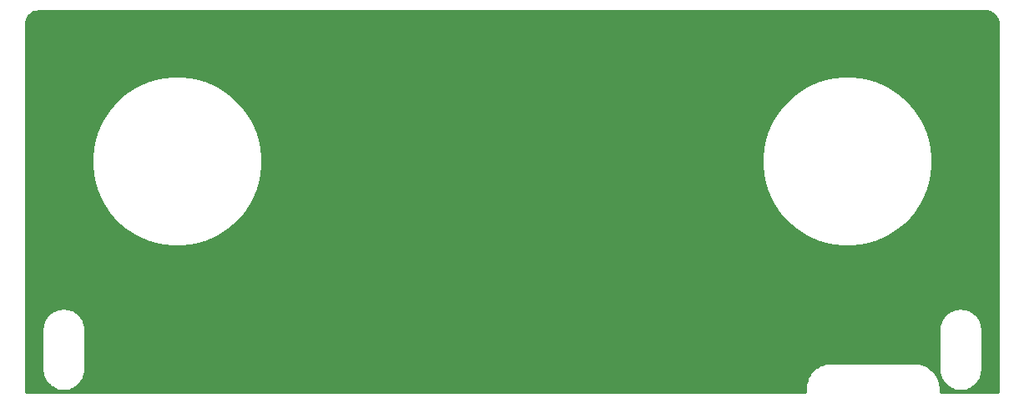
<source format=gbr>
%TF.GenerationSoftware,KiCad,Pcbnew,(5.1.5)-3*%
%TF.CreationDate,2020-05-31T21:19:37+02:00*%
%TF.ProjectId,speaker_grill,73706561-6b65-4725-9f67-72696c6c2e6b,rev?*%
%TF.SameCoordinates,PXbebc200PY5f5e100*%
%TF.FileFunction,Copper,L1,Top*%
%TF.FilePolarity,Positive*%
%FSLAX46Y46*%
G04 Gerber Fmt 4.6, Leading zero omitted, Abs format (unit mm)*
G04 Created by KiCad (PCBNEW (5.1.5)-3) date 2020-05-31 21:19:37*
%MOMM*%
%LPD*%
G04 APERTURE LIST*
%TA.AperFunction,NonConductor*%
%ADD10C,0.254000*%
%TD*%
G04 APERTURE END LIST*
D10*
G36*
X-1740341Y39311375D02*
G01*
X-1490571Y39235965D01*
X-1260208Y39113478D01*
X-1058020Y38948578D01*
X-891714Y38747550D01*
X-767622Y38518046D01*
X-690469Y38268805D01*
X-660000Y37978911D01*
X-659999Y660000D01*
X-6540000Y660000D01*
X-6540000Y1032419D01*
X-6542852Y1061373D01*
X-6542765Y1073781D01*
X-6543665Y1082953D01*
X-6584466Y1471145D01*
X-6596486Y1529701D01*
X-6607702Y1588502D01*
X-6610366Y1597323D01*
X-6725790Y1970198D01*
X-6748975Y2025353D01*
X-6771379Y2080806D01*
X-6775706Y2088942D01*
X-6775706Y2088943D01*
X-6775709Y2088947D01*
X-6961357Y2432298D01*
X-6994813Y2481899D01*
X-7027563Y2531946D01*
X-7033387Y2539087D01*
X-7282194Y2839842D01*
X-7324629Y2881981D01*
X-7366492Y2924731D01*
X-7373593Y2930604D01*
X-7416828Y2965866D01*
X-6695000Y2965866D01*
X-6691537Y2930708D01*
X-6691537Y2911236D01*
X-6690523Y2901585D01*
X-6657890Y2610660D01*
X-6644794Y2549051D01*
X-6632558Y2487256D01*
X-6629689Y2477986D01*
X-6541171Y2198941D01*
X-6516348Y2141024D01*
X-6492351Y2082805D01*
X-6487736Y2074268D01*
X-6346703Y1817730D01*
X-6311105Y1765740D01*
X-6276256Y1713289D01*
X-6270071Y1705811D01*
X-6081896Y1481553D01*
X-6036882Y1437472D01*
X-5992504Y1392784D01*
X-5984990Y1386656D01*
X-5984985Y1386651D01*
X-5984980Y1386647D01*
X-5756834Y1203214D01*
X-5704139Y1168731D01*
X-5651905Y1133499D01*
X-5643337Y1128943D01*
X-5383902Y993313D01*
X-5325475Y969707D01*
X-5267427Y945306D01*
X-5258145Y942503D01*
X-5258139Y942501D01*
X-5258133Y942500D01*
X-4977299Y859846D01*
X-4915438Y848045D01*
X-4853718Y835376D01*
X-4844062Y834429D01*
X-4844060Y834429D01*
X-4552516Y807897D01*
X-4489528Y808337D01*
X-4426540Y807897D01*
X-4416882Y808844D01*
X-4416879Y808844D01*
X-4416876Y808845D01*
X-4125737Y839444D01*
X-4064017Y852113D01*
X-4002156Y863914D01*
X-3992874Y866717D01*
X-3992867Y866718D01*
X-3992861Y866721D01*
X-3713210Y953286D01*
X-3655118Y977706D01*
X-3596735Y1001294D01*
X-3588172Y1005847D01*
X-3588168Y1005849D01*
X-3588165Y1005851D01*
X-3330651Y1145089D01*
X-3278417Y1180321D01*
X-3225722Y1214804D01*
X-3218204Y1220935D01*
X-3218200Y1220938D01*
X-3218196Y1220942D01*
X-2992635Y1407542D01*
X-2948255Y1452232D01*
X-2903244Y1496311D01*
X-2897058Y1503788D01*
X-2712032Y1730652D01*
X-2677171Y1783121D01*
X-2641585Y1835094D01*
X-2636974Y1843622D01*
X-2636969Y1843630D01*
X-2636966Y1843638D01*
X-2499533Y2102111D01*
X-2475539Y2160325D01*
X-2450714Y2218246D01*
X-2447844Y2227516D01*
X-2363230Y2507770D01*
X-2350997Y2569553D01*
X-2337898Y2631178D01*
X-2336884Y2640829D01*
X-2308317Y2932180D01*
X-2308317Y2932187D01*
X-2305000Y2965865D01*
X-2305000Y7034135D01*
X-2308463Y7069293D01*
X-2308463Y7088765D01*
X-2309477Y7098416D01*
X-2342110Y7389340D01*
X-2355206Y7450949D01*
X-2367442Y7512744D01*
X-2370311Y7522015D01*
X-2458829Y7801059D01*
X-2483646Y7858962D01*
X-2507649Y7917196D01*
X-2512264Y7925732D01*
X-2653297Y8182270D01*
X-2688895Y8234260D01*
X-2723744Y8286711D01*
X-2729929Y8294189D01*
X-2918104Y8518447D01*
X-2963119Y8562528D01*
X-3007496Y8607216D01*
X-3015016Y8613349D01*
X-3243166Y8796786D01*
X-3295861Y8831269D01*
X-3348095Y8866501D01*
X-3356663Y8871057D01*
X-3616098Y9006687D01*
X-3674525Y9030293D01*
X-3732573Y9054694D01*
X-3741855Y9057497D01*
X-3741861Y9057499D01*
X-3741867Y9057500D01*
X-4022701Y9140154D01*
X-4084562Y9151955D01*
X-4146282Y9164624D01*
X-4155938Y9165571D01*
X-4155940Y9165571D01*
X-4447484Y9192103D01*
X-4510472Y9191663D01*
X-4573460Y9192103D01*
X-4583118Y9191156D01*
X-4583121Y9191156D01*
X-4583124Y9191155D01*
X-4874263Y9160556D01*
X-4935977Y9147888D01*
X-4997844Y9136086D01*
X-5007126Y9133283D01*
X-5007133Y9133282D01*
X-5007139Y9133279D01*
X-5286790Y9046713D01*
X-5344849Y9022307D01*
X-5403265Y8998706D01*
X-5411828Y8994153D01*
X-5411832Y8994151D01*
X-5411833Y8994150D01*
X-5669349Y8854911D01*
X-5721583Y8819679D01*
X-5774278Y8785196D01*
X-5781796Y8779065D01*
X-5781800Y8779062D01*
X-5781804Y8779058D01*
X-6007365Y8592458D01*
X-6051745Y8547768D01*
X-6096756Y8503689D01*
X-6102942Y8496212D01*
X-6287968Y8269348D01*
X-6322829Y8216879D01*
X-6358415Y8164906D01*
X-6363026Y8156378D01*
X-6363031Y8156370D01*
X-6363031Y8156369D01*
X-6500467Y7897889D01*
X-6524461Y7839675D01*
X-6549286Y7781754D01*
X-6552156Y7772484D01*
X-6636770Y7492230D01*
X-6649003Y7430447D01*
X-6662102Y7368822D01*
X-6663116Y7359171D01*
X-6691683Y7067819D01*
X-6691683Y7067802D01*
X-6694999Y7034135D01*
X-6695000Y2965866D01*
X-7416828Y2965866D01*
X-7676077Y3177305D01*
X-7725893Y3210402D01*
X-7775259Y3244205D01*
X-7783365Y3248587D01*
X-8128007Y3431837D01*
X-8183313Y3454632D01*
X-8238296Y3478198D01*
X-8247099Y3480923D01*
X-8620770Y3593741D01*
X-8679458Y3605361D01*
X-8737961Y3617797D01*
X-8747126Y3618760D01*
X-9135595Y3656850D01*
X-9135598Y3656850D01*
X-9167581Y3660000D01*
X-17632419Y3660000D01*
X-17661373Y3657148D01*
X-17673781Y3657235D01*
X-17682953Y3656335D01*
X-18071145Y3615534D01*
X-18129701Y3603514D01*
X-18188502Y3592298D01*
X-18197323Y3589634D01*
X-18570198Y3474210D01*
X-18625353Y3451025D01*
X-18680806Y3428621D01*
X-18688938Y3424296D01*
X-18688943Y3424294D01*
X-18688947Y3424291D01*
X-19032298Y3238643D01*
X-19081899Y3205187D01*
X-19131946Y3172437D01*
X-19139087Y3166613D01*
X-19439842Y2917806D01*
X-19481981Y2875371D01*
X-19524731Y2833508D01*
X-19530604Y2826407D01*
X-19777305Y2523923D01*
X-19810402Y2474107D01*
X-19844205Y2424741D01*
X-19848587Y2416635D01*
X-20031837Y2071993D01*
X-20054632Y2016687D01*
X-20078198Y1961704D01*
X-20080923Y1952901D01*
X-20193741Y1579230D01*
X-20205361Y1520542D01*
X-20217797Y1462039D01*
X-20218760Y1452874D01*
X-20256850Y1064405D01*
X-20256850Y1064392D01*
X-20259999Y1032419D01*
X-20259999Y660000D01*
X-99340000Y660000D01*
X-99340000Y2965866D01*
X-97695000Y2965866D01*
X-97691537Y2930708D01*
X-97691537Y2911236D01*
X-97690523Y2901585D01*
X-97657890Y2610660D01*
X-97644794Y2549051D01*
X-97632558Y2487256D01*
X-97629689Y2477986D01*
X-97541171Y2198941D01*
X-97516348Y2141024D01*
X-97492351Y2082805D01*
X-97487736Y2074268D01*
X-97346703Y1817730D01*
X-97311105Y1765740D01*
X-97276256Y1713289D01*
X-97270071Y1705811D01*
X-97081896Y1481553D01*
X-97036882Y1437472D01*
X-96992504Y1392784D01*
X-96984990Y1386656D01*
X-96984985Y1386651D01*
X-96984980Y1386647D01*
X-96756834Y1203214D01*
X-96704139Y1168731D01*
X-96651905Y1133499D01*
X-96643337Y1128943D01*
X-96383902Y993313D01*
X-96325475Y969707D01*
X-96267427Y945306D01*
X-96258145Y942503D01*
X-96258139Y942501D01*
X-96258133Y942500D01*
X-95977299Y859846D01*
X-95915438Y848045D01*
X-95853718Y835376D01*
X-95844062Y834429D01*
X-95844060Y834429D01*
X-95552516Y807897D01*
X-95489528Y808337D01*
X-95426540Y807897D01*
X-95416882Y808844D01*
X-95416879Y808844D01*
X-95416876Y808845D01*
X-95125737Y839444D01*
X-95064017Y852113D01*
X-95002156Y863914D01*
X-94992874Y866717D01*
X-94992867Y866718D01*
X-94992861Y866721D01*
X-94713210Y953286D01*
X-94655118Y977706D01*
X-94596735Y1001294D01*
X-94588172Y1005847D01*
X-94588168Y1005849D01*
X-94588165Y1005851D01*
X-94330651Y1145089D01*
X-94278417Y1180321D01*
X-94225722Y1214804D01*
X-94218204Y1220935D01*
X-94218200Y1220938D01*
X-94218196Y1220942D01*
X-93992635Y1407542D01*
X-93948255Y1452232D01*
X-93903244Y1496311D01*
X-93897058Y1503788D01*
X-93712032Y1730652D01*
X-93677171Y1783121D01*
X-93641585Y1835094D01*
X-93636974Y1843622D01*
X-93636969Y1843630D01*
X-93636966Y1843638D01*
X-93499533Y2102111D01*
X-93475539Y2160325D01*
X-93450714Y2218246D01*
X-93447844Y2227516D01*
X-93363230Y2507770D01*
X-93350997Y2569553D01*
X-93337898Y2631178D01*
X-93336884Y2640829D01*
X-93308317Y2932180D01*
X-93308317Y2932187D01*
X-93305000Y2965865D01*
X-93305000Y7034135D01*
X-93308463Y7069293D01*
X-93308463Y7088765D01*
X-93309477Y7098416D01*
X-93342110Y7389340D01*
X-93355206Y7450949D01*
X-93367442Y7512744D01*
X-93370311Y7522015D01*
X-93458829Y7801059D01*
X-93483646Y7858962D01*
X-93507649Y7917196D01*
X-93512264Y7925732D01*
X-93653297Y8182270D01*
X-93688895Y8234260D01*
X-93723744Y8286711D01*
X-93729929Y8294189D01*
X-93918104Y8518447D01*
X-93963119Y8562528D01*
X-94007496Y8607216D01*
X-94015016Y8613349D01*
X-94243166Y8796786D01*
X-94295861Y8831269D01*
X-94348095Y8866501D01*
X-94356663Y8871057D01*
X-94616098Y9006687D01*
X-94674525Y9030293D01*
X-94732573Y9054694D01*
X-94741855Y9057497D01*
X-94741861Y9057499D01*
X-94741867Y9057500D01*
X-95022701Y9140154D01*
X-95084562Y9151955D01*
X-95146282Y9164624D01*
X-95155938Y9165571D01*
X-95155940Y9165571D01*
X-95447484Y9192103D01*
X-95510472Y9191663D01*
X-95573460Y9192103D01*
X-95583118Y9191156D01*
X-95583121Y9191156D01*
X-95583124Y9191155D01*
X-95874263Y9160556D01*
X-95935977Y9147888D01*
X-95997844Y9136086D01*
X-96007126Y9133283D01*
X-96007133Y9133282D01*
X-96007139Y9133279D01*
X-96286790Y9046713D01*
X-96344849Y9022307D01*
X-96403265Y8998706D01*
X-96411828Y8994153D01*
X-96411832Y8994151D01*
X-96411833Y8994150D01*
X-96669349Y8854911D01*
X-96721583Y8819679D01*
X-96774278Y8785196D01*
X-96781796Y8779065D01*
X-96781800Y8779062D01*
X-96781804Y8779058D01*
X-97007365Y8592458D01*
X-97051745Y8547768D01*
X-97096756Y8503689D01*
X-97102942Y8496212D01*
X-97287968Y8269348D01*
X-97322829Y8216879D01*
X-97358415Y8164906D01*
X-97363026Y8156378D01*
X-97363031Y8156370D01*
X-97363031Y8156369D01*
X-97500467Y7897889D01*
X-97524461Y7839675D01*
X-97549286Y7781754D01*
X-97552156Y7772484D01*
X-97636770Y7492230D01*
X-97649003Y7430447D01*
X-97662102Y7368822D01*
X-97663116Y7359171D01*
X-97691683Y7067819D01*
X-97691683Y7067802D01*
X-97694999Y7034135D01*
X-97695000Y2965866D01*
X-99340000Y2965866D01*
X-99340000Y24719224D01*
X-92657884Y24719224D01*
X-92657884Y23480776D01*
X-92481635Y22254933D01*
X-92132724Y21066651D01*
X-91618254Y19940119D01*
X-90948698Y18898270D01*
X-90137687Y17962313D01*
X-89201730Y17151302D01*
X-88159881Y16481746D01*
X-87033349Y15967276D01*
X-85845067Y15618365D01*
X-84619224Y15442116D01*
X-83380776Y15442116D01*
X-82154933Y15618365D01*
X-80966651Y15967276D01*
X-79840119Y16481746D01*
X-78798270Y17151302D01*
X-77862313Y17962313D01*
X-77051302Y18898270D01*
X-76381746Y19940119D01*
X-75867276Y21066651D01*
X-75518365Y22254933D01*
X-75342116Y23480776D01*
X-75342116Y24719224D01*
X-24657884Y24719224D01*
X-24657884Y23480776D01*
X-24481635Y22254933D01*
X-24132724Y21066651D01*
X-23618254Y19940119D01*
X-22948698Y18898270D01*
X-22137687Y17962313D01*
X-21201730Y17151302D01*
X-20159881Y16481746D01*
X-19033349Y15967276D01*
X-17845067Y15618365D01*
X-16619224Y15442116D01*
X-15380776Y15442116D01*
X-14154933Y15618365D01*
X-12966651Y15967276D01*
X-11840119Y16481746D01*
X-10798270Y17151302D01*
X-9862313Y17962313D01*
X-9051302Y18898270D01*
X-8381746Y19940119D01*
X-7867276Y21066651D01*
X-7518365Y22254933D01*
X-7342116Y23480776D01*
X-7342116Y24719224D01*
X-7518365Y25945067D01*
X-7867276Y27133349D01*
X-8381746Y28259881D01*
X-9051302Y29301730D01*
X-9862313Y30237687D01*
X-10798270Y31048698D01*
X-11840119Y31718254D01*
X-12966651Y32232724D01*
X-14154933Y32581635D01*
X-15380776Y32757884D01*
X-16619224Y32757884D01*
X-17845067Y32581635D01*
X-19033349Y32232724D01*
X-20159881Y31718254D01*
X-21201730Y31048698D01*
X-22137687Y30237687D01*
X-22948698Y29301730D01*
X-23618254Y28259881D01*
X-24132724Y27133349D01*
X-24481635Y25945067D01*
X-24657884Y24719224D01*
X-75342116Y24719224D01*
X-75518365Y25945067D01*
X-75867276Y27133349D01*
X-76381746Y28259881D01*
X-77051302Y29301730D01*
X-77862313Y30237687D01*
X-78798270Y31048698D01*
X-79840119Y31718254D01*
X-80966651Y32232724D01*
X-82154933Y32581635D01*
X-83380776Y32757884D01*
X-84619224Y32757884D01*
X-85845067Y32581635D01*
X-87033349Y32232724D01*
X-88159881Y31718254D01*
X-89201730Y31048698D01*
X-90137687Y30237687D01*
X-90948698Y29301730D01*
X-91618254Y28259881D01*
X-92132724Y27133349D01*
X-92481635Y25945067D01*
X-92657884Y24719224D01*
X-99340000Y24719224D01*
X-99340000Y37967721D01*
X-99311375Y38259659D01*
X-99235965Y38509429D01*
X-99113478Y38739792D01*
X-98948578Y38941980D01*
X-98747550Y39108286D01*
X-98518046Y39232378D01*
X-98268805Y39309531D01*
X-97978912Y39340000D01*
X-2032279Y39340000D01*
X-1740341Y39311375D01*
G37*
X-1740341Y39311375D02*
X-1490571Y39235965D01*
X-1260208Y39113478D01*
X-1058020Y38948578D01*
X-891714Y38747550D01*
X-767622Y38518046D01*
X-690469Y38268805D01*
X-660000Y37978911D01*
X-659999Y660000D01*
X-6540000Y660000D01*
X-6540000Y1032419D01*
X-6542852Y1061373D01*
X-6542765Y1073781D01*
X-6543665Y1082953D01*
X-6584466Y1471145D01*
X-6596486Y1529701D01*
X-6607702Y1588502D01*
X-6610366Y1597323D01*
X-6725790Y1970198D01*
X-6748975Y2025353D01*
X-6771379Y2080806D01*
X-6775706Y2088942D01*
X-6775706Y2088943D01*
X-6775709Y2088947D01*
X-6961357Y2432298D01*
X-6994813Y2481899D01*
X-7027563Y2531946D01*
X-7033387Y2539087D01*
X-7282194Y2839842D01*
X-7324629Y2881981D01*
X-7366492Y2924731D01*
X-7373593Y2930604D01*
X-7416828Y2965866D01*
X-6695000Y2965866D01*
X-6691537Y2930708D01*
X-6691537Y2911236D01*
X-6690523Y2901585D01*
X-6657890Y2610660D01*
X-6644794Y2549051D01*
X-6632558Y2487256D01*
X-6629689Y2477986D01*
X-6541171Y2198941D01*
X-6516348Y2141024D01*
X-6492351Y2082805D01*
X-6487736Y2074268D01*
X-6346703Y1817730D01*
X-6311105Y1765740D01*
X-6276256Y1713289D01*
X-6270071Y1705811D01*
X-6081896Y1481553D01*
X-6036882Y1437472D01*
X-5992504Y1392784D01*
X-5984990Y1386656D01*
X-5984985Y1386651D01*
X-5984980Y1386647D01*
X-5756834Y1203214D01*
X-5704139Y1168731D01*
X-5651905Y1133499D01*
X-5643337Y1128943D01*
X-5383902Y993313D01*
X-5325475Y969707D01*
X-5267427Y945306D01*
X-5258145Y942503D01*
X-5258139Y942501D01*
X-5258133Y942500D01*
X-4977299Y859846D01*
X-4915438Y848045D01*
X-4853718Y835376D01*
X-4844062Y834429D01*
X-4844060Y834429D01*
X-4552516Y807897D01*
X-4489528Y808337D01*
X-4426540Y807897D01*
X-4416882Y808844D01*
X-4416879Y808844D01*
X-4416876Y808845D01*
X-4125737Y839444D01*
X-4064017Y852113D01*
X-4002156Y863914D01*
X-3992874Y866717D01*
X-3992867Y866718D01*
X-3992861Y866721D01*
X-3713210Y953286D01*
X-3655118Y977706D01*
X-3596735Y1001294D01*
X-3588172Y1005847D01*
X-3588168Y1005849D01*
X-3588165Y1005851D01*
X-3330651Y1145089D01*
X-3278417Y1180321D01*
X-3225722Y1214804D01*
X-3218204Y1220935D01*
X-3218200Y1220938D01*
X-3218196Y1220942D01*
X-2992635Y1407542D01*
X-2948255Y1452232D01*
X-2903244Y1496311D01*
X-2897058Y1503788D01*
X-2712032Y1730652D01*
X-2677171Y1783121D01*
X-2641585Y1835094D01*
X-2636974Y1843622D01*
X-2636969Y1843630D01*
X-2636966Y1843638D01*
X-2499533Y2102111D01*
X-2475539Y2160325D01*
X-2450714Y2218246D01*
X-2447844Y2227516D01*
X-2363230Y2507770D01*
X-2350997Y2569553D01*
X-2337898Y2631178D01*
X-2336884Y2640829D01*
X-2308317Y2932180D01*
X-2308317Y2932187D01*
X-2305000Y2965865D01*
X-2305000Y7034135D01*
X-2308463Y7069293D01*
X-2308463Y7088765D01*
X-2309477Y7098416D01*
X-2342110Y7389340D01*
X-2355206Y7450949D01*
X-2367442Y7512744D01*
X-2370311Y7522015D01*
X-2458829Y7801059D01*
X-2483646Y7858962D01*
X-2507649Y7917196D01*
X-2512264Y7925732D01*
X-2653297Y8182270D01*
X-2688895Y8234260D01*
X-2723744Y8286711D01*
X-2729929Y8294189D01*
X-2918104Y8518447D01*
X-2963119Y8562528D01*
X-3007496Y8607216D01*
X-3015016Y8613349D01*
X-3243166Y8796786D01*
X-3295861Y8831269D01*
X-3348095Y8866501D01*
X-3356663Y8871057D01*
X-3616098Y9006687D01*
X-3674525Y9030293D01*
X-3732573Y9054694D01*
X-3741855Y9057497D01*
X-3741861Y9057499D01*
X-3741867Y9057500D01*
X-4022701Y9140154D01*
X-4084562Y9151955D01*
X-4146282Y9164624D01*
X-4155938Y9165571D01*
X-4155940Y9165571D01*
X-4447484Y9192103D01*
X-4510472Y9191663D01*
X-4573460Y9192103D01*
X-4583118Y9191156D01*
X-4583121Y9191156D01*
X-4583124Y9191155D01*
X-4874263Y9160556D01*
X-4935977Y9147888D01*
X-4997844Y9136086D01*
X-5007126Y9133283D01*
X-5007133Y9133282D01*
X-5007139Y9133279D01*
X-5286790Y9046713D01*
X-5344849Y9022307D01*
X-5403265Y8998706D01*
X-5411828Y8994153D01*
X-5411832Y8994151D01*
X-5411833Y8994150D01*
X-5669349Y8854911D01*
X-5721583Y8819679D01*
X-5774278Y8785196D01*
X-5781796Y8779065D01*
X-5781800Y8779062D01*
X-5781804Y8779058D01*
X-6007365Y8592458D01*
X-6051745Y8547768D01*
X-6096756Y8503689D01*
X-6102942Y8496212D01*
X-6287968Y8269348D01*
X-6322829Y8216879D01*
X-6358415Y8164906D01*
X-6363026Y8156378D01*
X-6363031Y8156370D01*
X-6363031Y8156369D01*
X-6500467Y7897889D01*
X-6524461Y7839675D01*
X-6549286Y7781754D01*
X-6552156Y7772484D01*
X-6636770Y7492230D01*
X-6649003Y7430447D01*
X-6662102Y7368822D01*
X-6663116Y7359171D01*
X-6691683Y7067819D01*
X-6691683Y7067802D01*
X-6694999Y7034135D01*
X-6695000Y2965866D01*
X-7416828Y2965866D01*
X-7676077Y3177305D01*
X-7725893Y3210402D01*
X-7775259Y3244205D01*
X-7783365Y3248587D01*
X-8128007Y3431837D01*
X-8183313Y3454632D01*
X-8238296Y3478198D01*
X-8247099Y3480923D01*
X-8620770Y3593741D01*
X-8679458Y3605361D01*
X-8737961Y3617797D01*
X-8747126Y3618760D01*
X-9135595Y3656850D01*
X-9135598Y3656850D01*
X-9167581Y3660000D01*
X-17632419Y3660000D01*
X-17661373Y3657148D01*
X-17673781Y3657235D01*
X-17682953Y3656335D01*
X-18071145Y3615534D01*
X-18129701Y3603514D01*
X-18188502Y3592298D01*
X-18197323Y3589634D01*
X-18570198Y3474210D01*
X-18625353Y3451025D01*
X-18680806Y3428621D01*
X-18688938Y3424296D01*
X-18688943Y3424294D01*
X-18688947Y3424291D01*
X-19032298Y3238643D01*
X-19081899Y3205187D01*
X-19131946Y3172437D01*
X-19139087Y3166613D01*
X-19439842Y2917806D01*
X-19481981Y2875371D01*
X-19524731Y2833508D01*
X-19530604Y2826407D01*
X-19777305Y2523923D01*
X-19810402Y2474107D01*
X-19844205Y2424741D01*
X-19848587Y2416635D01*
X-20031837Y2071993D01*
X-20054632Y2016687D01*
X-20078198Y1961704D01*
X-20080923Y1952901D01*
X-20193741Y1579230D01*
X-20205361Y1520542D01*
X-20217797Y1462039D01*
X-20218760Y1452874D01*
X-20256850Y1064405D01*
X-20256850Y1064392D01*
X-20259999Y1032419D01*
X-20259999Y660000D01*
X-99340000Y660000D01*
X-99340000Y2965866D01*
X-97695000Y2965866D01*
X-97691537Y2930708D01*
X-97691537Y2911236D01*
X-97690523Y2901585D01*
X-97657890Y2610660D01*
X-97644794Y2549051D01*
X-97632558Y2487256D01*
X-97629689Y2477986D01*
X-97541171Y2198941D01*
X-97516348Y2141024D01*
X-97492351Y2082805D01*
X-97487736Y2074268D01*
X-97346703Y1817730D01*
X-97311105Y1765740D01*
X-97276256Y1713289D01*
X-97270071Y1705811D01*
X-97081896Y1481553D01*
X-97036882Y1437472D01*
X-96992504Y1392784D01*
X-96984990Y1386656D01*
X-96984985Y1386651D01*
X-96984980Y1386647D01*
X-96756834Y1203214D01*
X-96704139Y1168731D01*
X-96651905Y1133499D01*
X-96643337Y1128943D01*
X-96383902Y993313D01*
X-96325475Y969707D01*
X-96267427Y945306D01*
X-96258145Y942503D01*
X-96258139Y942501D01*
X-96258133Y942500D01*
X-95977299Y859846D01*
X-95915438Y848045D01*
X-95853718Y835376D01*
X-95844062Y834429D01*
X-95844060Y834429D01*
X-95552516Y807897D01*
X-95489528Y808337D01*
X-95426540Y807897D01*
X-95416882Y808844D01*
X-95416879Y808844D01*
X-95416876Y808845D01*
X-95125737Y839444D01*
X-95064017Y852113D01*
X-95002156Y863914D01*
X-94992874Y866717D01*
X-94992867Y866718D01*
X-94992861Y866721D01*
X-94713210Y953286D01*
X-94655118Y977706D01*
X-94596735Y1001294D01*
X-94588172Y1005847D01*
X-94588168Y1005849D01*
X-94588165Y1005851D01*
X-94330651Y1145089D01*
X-94278417Y1180321D01*
X-94225722Y1214804D01*
X-94218204Y1220935D01*
X-94218200Y1220938D01*
X-94218196Y1220942D01*
X-93992635Y1407542D01*
X-93948255Y1452232D01*
X-93903244Y1496311D01*
X-93897058Y1503788D01*
X-93712032Y1730652D01*
X-93677171Y1783121D01*
X-93641585Y1835094D01*
X-93636974Y1843622D01*
X-93636969Y1843630D01*
X-93636966Y1843638D01*
X-93499533Y2102111D01*
X-93475539Y2160325D01*
X-93450714Y2218246D01*
X-93447844Y2227516D01*
X-93363230Y2507770D01*
X-93350997Y2569553D01*
X-93337898Y2631178D01*
X-93336884Y2640829D01*
X-93308317Y2932180D01*
X-93308317Y2932187D01*
X-93305000Y2965865D01*
X-93305000Y7034135D01*
X-93308463Y7069293D01*
X-93308463Y7088765D01*
X-93309477Y7098416D01*
X-93342110Y7389340D01*
X-93355206Y7450949D01*
X-93367442Y7512744D01*
X-93370311Y7522015D01*
X-93458829Y7801059D01*
X-93483646Y7858962D01*
X-93507649Y7917196D01*
X-93512264Y7925732D01*
X-93653297Y8182270D01*
X-93688895Y8234260D01*
X-93723744Y8286711D01*
X-93729929Y8294189D01*
X-93918104Y8518447D01*
X-93963119Y8562528D01*
X-94007496Y8607216D01*
X-94015016Y8613349D01*
X-94243166Y8796786D01*
X-94295861Y8831269D01*
X-94348095Y8866501D01*
X-94356663Y8871057D01*
X-94616098Y9006687D01*
X-94674525Y9030293D01*
X-94732573Y9054694D01*
X-94741855Y9057497D01*
X-94741861Y9057499D01*
X-94741867Y9057500D01*
X-95022701Y9140154D01*
X-95084562Y9151955D01*
X-95146282Y9164624D01*
X-95155938Y9165571D01*
X-95155940Y9165571D01*
X-95447484Y9192103D01*
X-95510472Y9191663D01*
X-95573460Y9192103D01*
X-95583118Y9191156D01*
X-95583121Y9191156D01*
X-95583124Y9191155D01*
X-95874263Y9160556D01*
X-95935977Y9147888D01*
X-95997844Y9136086D01*
X-96007126Y9133283D01*
X-96007133Y9133282D01*
X-96007139Y9133279D01*
X-96286790Y9046713D01*
X-96344849Y9022307D01*
X-96403265Y8998706D01*
X-96411828Y8994153D01*
X-96411832Y8994151D01*
X-96411833Y8994150D01*
X-96669349Y8854911D01*
X-96721583Y8819679D01*
X-96774278Y8785196D01*
X-96781796Y8779065D01*
X-96781800Y8779062D01*
X-96781804Y8779058D01*
X-97007365Y8592458D01*
X-97051745Y8547768D01*
X-97096756Y8503689D01*
X-97102942Y8496212D01*
X-97287968Y8269348D01*
X-97322829Y8216879D01*
X-97358415Y8164906D01*
X-97363026Y8156378D01*
X-97363031Y8156370D01*
X-97363031Y8156369D01*
X-97500467Y7897889D01*
X-97524461Y7839675D01*
X-97549286Y7781754D01*
X-97552156Y7772484D01*
X-97636770Y7492230D01*
X-97649003Y7430447D01*
X-97662102Y7368822D01*
X-97663116Y7359171D01*
X-97691683Y7067819D01*
X-97691683Y7067802D01*
X-97694999Y7034135D01*
X-97695000Y2965866D01*
X-99340000Y2965866D01*
X-99340000Y24719224D01*
X-92657884Y24719224D01*
X-92657884Y23480776D01*
X-92481635Y22254933D01*
X-92132724Y21066651D01*
X-91618254Y19940119D01*
X-90948698Y18898270D01*
X-90137687Y17962313D01*
X-89201730Y17151302D01*
X-88159881Y16481746D01*
X-87033349Y15967276D01*
X-85845067Y15618365D01*
X-84619224Y15442116D01*
X-83380776Y15442116D01*
X-82154933Y15618365D01*
X-80966651Y15967276D01*
X-79840119Y16481746D01*
X-78798270Y17151302D01*
X-77862313Y17962313D01*
X-77051302Y18898270D01*
X-76381746Y19940119D01*
X-75867276Y21066651D01*
X-75518365Y22254933D01*
X-75342116Y23480776D01*
X-75342116Y24719224D01*
X-24657884Y24719224D01*
X-24657884Y23480776D01*
X-24481635Y22254933D01*
X-24132724Y21066651D01*
X-23618254Y19940119D01*
X-22948698Y18898270D01*
X-22137687Y17962313D01*
X-21201730Y17151302D01*
X-20159881Y16481746D01*
X-19033349Y15967276D01*
X-17845067Y15618365D01*
X-16619224Y15442116D01*
X-15380776Y15442116D01*
X-14154933Y15618365D01*
X-12966651Y15967276D01*
X-11840119Y16481746D01*
X-10798270Y17151302D01*
X-9862313Y17962313D01*
X-9051302Y18898270D01*
X-8381746Y19940119D01*
X-7867276Y21066651D01*
X-7518365Y22254933D01*
X-7342116Y23480776D01*
X-7342116Y24719224D01*
X-7518365Y25945067D01*
X-7867276Y27133349D01*
X-8381746Y28259881D01*
X-9051302Y29301730D01*
X-9862313Y30237687D01*
X-10798270Y31048698D01*
X-11840119Y31718254D01*
X-12966651Y32232724D01*
X-14154933Y32581635D01*
X-15380776Y32757884D01*
X-16619224Y32757884D01*
X-17845067Y32581635D01*
X-19033349Y32232724D01*
X-20159881Y31718254D01*
X-21201730Y31048698D01*
X-22137687Y30237687D01*
X-22948698Y29301730D01*
X-23618254Y28259881D01*
X-24132724Y27133349D01*
X-24481635Y25945067D01*
X-24657884Y24719224D01*
X-75342116Y24719224D01*
X-75518365Y25945067D01*
X-75867276Y27133349D01*
X-76381746Y28259881D01*
X-77051302Y29301730D01*
X-77862313Y30237687D01*
X-78798270Y31048698D01*
X-79840119Y31718254D01*
X-80966651Y32232724D01*
X-82154933Y32581635D01*
X-83380776Y32757884D01*
X-84619224Y32757884D01*
X-85845067Y32581635D01*
X-87033349Y32232724D01*
X-88159881Y31718254D01*
X-89201730Y31048698D01*
X-90137687Y30237687D01*
X-90948698Y29301730D01*
X-91618254Y28259881D01*
X-92132724Y27133349D01*
X-92481635Y25945067D01*
X-92657884Y24719224D01*
X-99340000Y24719224D01*
X-99340000Y37967721D01*
X-99311375Y38259659D01*
X-99235965Y38509429D01*
X-99113478Y38739792D01*
X-98948578Y38941980D01*
X-98747550Y39108286D01*
X-98518046Y39232378D01*
X-98268805Y39309531D01*
X-97978912Y39340000D01*
X-2032279Y39340000D01*
X-1740341Y39311375D01*
M02*

</source>
